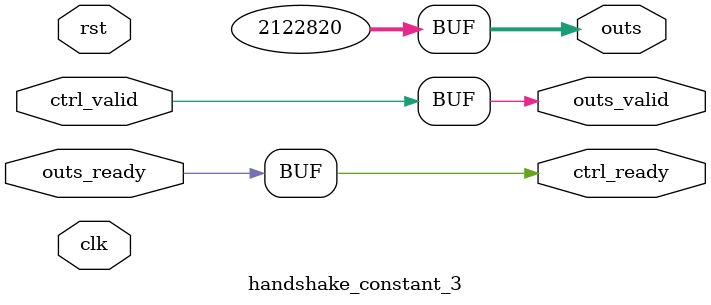
<source format=v>
`timescale 1ns / 1ps
module handshake_constant_3 #(
  parameter DATA_WIDTH = 32  // Default set to 32 bits
) (
  input                       clk,
  input                       rst,
  // Input Channel
  input                       ctrl_valid,
  output                      ctrl_ready,
  // Output Channel
  output [DATA_WIDTH - 1 : 0] outs,
  output                      outs_valid,
  input                       outs_ready
);
  assign outs       = 22'b1000000110010001000100;
  assign outs_valid = ctrl_valid;
  assign ctrl_ready = outs_ready;

endmodule

</source>
